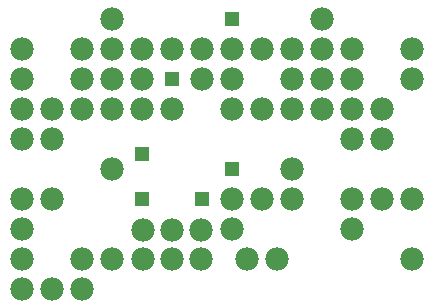
<source format=gts>
G75*
%MOIN*%
%OFA0B0*%
%FSLAX25Y25*%
%IPPOS*%
%LPD*%
%AMOC8*
5,1,8,0,0,1.08239X$1,22.5*
%
%ADD10C,0.07800*%
%ADD11R,0.04762X0.04762*%
D10*
X0011608Y0030337D03*
X0021608Y0030337D03*
X0031608Y0030337D03*
X0031608Y0040337D03*
X0041608Y0040337D03*
X0051923Y0040337D03*
X0061608Y0040337D03*
X0071293Y0040337D03*
X0071293Y0050022D03*
X0061608Y0050022D03*
X0051923Y0050022D03*
X0041608Y0070337D03*
X0021608Y0060337D03*
X0011608Y0060337D03*
X0011608Y0050337D03*
X0011608Y0040337D03*
X0011608Y0080337D03*
X0021608Y0080337D03*
X0021608Y0090337D03*
X0011608Y0090337D03*
X0011608Y0100337D03*
X0011608Y0110337D03*
X0031608Y0110337D03*
X0041608Y0110337D03*
X0051608Y0110337D03*
X0061608Y0110337D03*
X0071608Y0110337D03*
X0081608Y0110337D03*
X0091608Y0110337D03*
X0101608Y0110337D03*
X0111608Y0110337D03*
X0121608Y0110337D03*
X0111608Y0120337D03*
X0111608Y0100337D03*
X0101608Y0100337D03*
X0101608Y0090337D03*
X0091608Y0090337D03*
X0081608Y0090337D03*
X0081608Y0100337D03*
X0071608Y0100337D03*
X0061608Y0090337D03*
X0051608Y0090337D03*
X0041608Y0090337D03*
X0031608Y0090337D03*
X0031608Y0100337D03*
X0041608Y0100337D03*
X0051608Y0100337D03*
X0041608Y0120337D03*
X0101608Y0070337D03*
X0101608Y0060337D03*
X0091608Y0060337D03*
X0081608Y0060337D03*
X0081608Y0050337D03*
X0086608Y0040337D03*
X0096608Y0040337D03*
X0121608Y0050337D03*
X0121608Y0060337D03*
X0131608Y0060337D03*
X0141608Y0060337D03*
X0141608Y0040337D03*
X0131608Y0080337D03*
X0121608Y0080337D03*
X0121608Y0090337D03*
X0111608Y0090337D03*
X0121608Y0100337D03*
X0131608Y0090337D03*
X0141608Y0100337D03*
X0141608Y0110337D03*
D11*
X0081608Y0120337D03*
X0061608Y0100337D03*
X0051608Y0075337D03*
X0041608Y0070337D03*
X0051608Y0060337D03*
X0071608Y0060337D03*
X0081608Y0070337D03*
M02*

</source>
